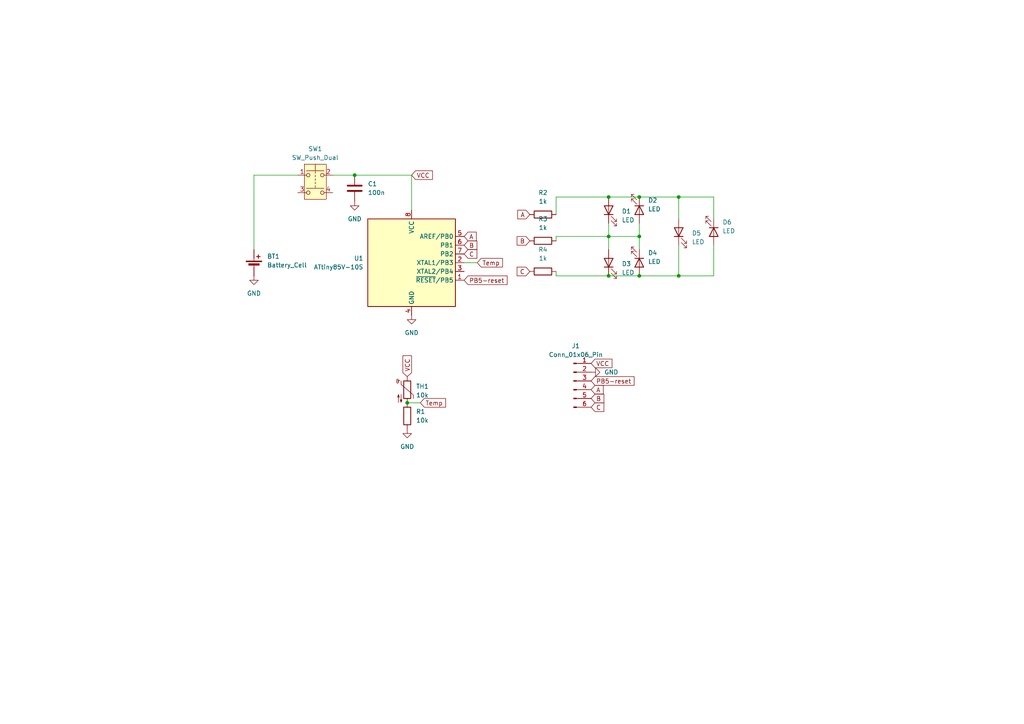
<source format=kicad_sch>
(kicad_sch (version 20231120) (generator "eeschema") (generator_version "8.0")
  (paper "A4")
  (lib_symbols
    (symbol "Connector:Conn_01x06_Pin" (pin_names (offset 1.016) hide)
      (property "Reference" "J" (at 0 7.62 0))
      (property "Value" "Conn_01x06_Pin" (at 0 -10.16 0))
      (symbol "Conn_01x06_Pin_1_1"
        (polyline (pts (xy 1.27 -7.62) (xy 0.8636 -7.62)) (stroke (width 0.1524)))
        (polyline (pts (xy 1.27 -5.08) (xy 0.8636 -5.08)) (stroke (width 0.1524)))
        (polyline (pts (xy 1.27 -2.54) (xy 0.8636 -2.54)) (stroke (width 0.1524)))
        (polyline (pts (xy 1.27 0) (xy 0.8636 0)) (stroke (width 0.1524)))
        (polyline (pts (xy 1.27 2.54) (xy 0.8636 2.54)) (stroke (width 0.1524)))
        (polyline (pts (xy 1.27 5.08) (xy 0.8636 5.08)) (stroke (width 0.1524)))
        (rectangle (start 0.8636 -7.493) (end 0 -7.747) (stroke (width 0.1524)) (fill (type outline)))
        (rectangle (start 0.8636 -4.953) (end 0 -5.207) (stroke (width 0.1524)) (fill (type outline)))
        (rectangle (start 0.8636 -2.413) (end 0 -2.667) (stroke (width 0.1524)) (fill (type outline)))
        (rectangle (start 0.8636 0.127) (end 0 -0.127) (stroke (width 0.1524)) (fill (type outline)))
        (rectangle (start 0.8636 2.667) (end 0 2.413) (stroke (width 0.1524)) (fill (type outline)))
        (rectangle (start 0.8636 5.207) (end 0 4.953) (stroke (width 0.1524)) (fill (type outline)))
        (pin passive line (at 5.08 5.08 180) (length 3.81) (name "Pin_1") (number "1"))
        (pin passive line (at 5.08 2.54 180) (length 3.81) (name "Pin_2") (number "2"))
        (pin passive line (at 5.08 0 180) (length 3.81) (name "Pin_3") (number "3"))
        (pin passive line (at 5.08 -2.54 180) (length 3.81) (name "Pin_4") (number "4"))
        (pin passive line (at 5.08 -5.08 180) (length 3.81) (name "Pin_5") (number "5"))
        (pin passive line (at 5.08 -7.62 180) (length 3.81) (name "Pin_6") (number "6"))
      )
    )
    (symbol "Device:Battery_Cell" (pin_numbers hide) (pin_names (offset 0) hide)
      (property "Reference" "BT" (at 2.54 2.54 0))
      (property "Value" "Battery_Cell" (at 2.54 0 0))
      (symbol "Battery_Cell_0_1"
        (rectangle (start -2.286 1.778) (end 2.286 1.524) (fill (type outline)))
        (rectangle (start -1.524 1.016) (end 1.524 0.508) (fill (type outline)))
        (polyline (pts (xy 0 0.762) (xy 0 0)))
        (polyline (pts (xy 0 1.778) (xy 0 2.54)))
        (polyline (pts (xy 0.762 3.048) (xy 1.778 3.048)) (stroke (width 0.254)))
        (polyline (pts (xy 1.27 3.556) (xy 1.27 2.54)) (stroke (width 0.254)))
      )
      (symbol "Battery_Cell_1_1"
        (pin passive line (at 0 5.08 270) (length 2.54) (name "+") (number "1"))
        (pin passive line (at 0 -2.54 90) (length 2.54) (name "-") (number "2"))
      )
    )
    (symbol "Device:C" (pin_numbers hide) (pin_names (offset 0.254))
      (property "Reference" "C" (at 0.635 2.54 0))
      (property "Value" "C" (at 0.635 -2.54 0))
      (symbol "C_0_1"
        (polyline (pts (xy -2.032 -0.762) (xy 2.032 -0.762)) (stroke (width 0.508)))
        (polyline (pts (xy -2.032 0.762) (xy 2.032 0.762)) (stroke (width 0.508)))
      )
      (symbol "C_1_1"
        (pin passive line (at 0 3.81 270) (length 2.794) (name "~") (number "1"))
        (pin passive line (at 0 -3.81 90) (length 2.794) (name "~") (number "2"))
      )
    )
    (symbol "Device:LED" (pin_numbers hide) (pin_names (offset 1.016) hide)
      (property "Reference" "D" (at 0 2.54 0))
      (property "Value" "LED" (at 0 -2.54 0))
      (symbol "LED_0_1"
        (polyline (pts (xy -1.27 -1.27) (xy -1.27 1.27)) (stroke (width 0.254)))
        (polyline (pts (xy -1.27 0) (xy 1.27 0)))
        (polyline (pts (xy 1.27 -1.27) (xy 1.27 1.27) (xy -1.27 0) (xy 1.27 -1.27)) (stroke (width 0.254)))
        (polyline (pts (xy -3.048 -0.762) (xy -4.572 -2.286) (xy -3.81 -2.286) (xy -4.572 -2.286) (xy -4.572 -1.524)))
        (polyline (pts (xy -1.778 -0.762) (xy -3.302 -2.286) (xy -2.54 -2.286) (xy -3.302 -2.286) (xy -3.302 -1.524)))
      )
      (symbol "LED_1_1"
        (pin passive line (at -3.81 0 0) (length 2.54) (name "K") (number "1"))
        (pin passive line (at 3.81 0 180) (length 2.54) (name "A") (number "2"))
      )
    )
    (symbol "Device:R" (pin_numbers hide) (pin_names (offset 0))
      (property "Reference" "R" (at 2.032 0 90))
      (property "Value" "R" (at 0 0 90))
      (symbol "R_0_1"
        (rectangle (start -1.016 -2.54) (end 1.016 2.54) (stroke (width 0.254)))
      )
      (symbol "R_1_1"
        (pin passive line (at 0 3.81 270) (length 1.27) (name "~") (number "1"))
        (pin passive line (at 0 -3.81 90) (length 1.27) (name "~") (number "2"))
      )
    )
    (symbol "Device:Thermistor_NTC" (pin_numbers hide) (pin_names (offset 0))
      (property "Reference" "TH" (at -4.445 0 90))
      (property "Value" "Thermistor_NTC" (at 3.175 0 90))
      (symbol "Thermistor_NTC_0_1"
        (arc (start -3.048 2.159) (mid -3.0495 2.3143) (end -3.175 2.413))
        (arc (start -3.048 2.159) (mid -2.9736 1.9794) (end -2.794 1.905))
        (arc (start -3.048 2.794) (mid -2.9736 2.6144) (end -2.794 2.54))
        (arc (start -2.794 1.905) (mid -2.6144 1.9794) (end -2.54 2.159))
        (arc (start -2.794 2.54) (mid -2.4393 2.5587) (end -2.159 2.794))
        (arc (start -2.794 3.048) (mid -2.9736 2.9736) (end -3.048 2.794))
        (arc (start -2.54 2.794) (mid -2.6144 2.9736) (end -2.794 3.048))
        (rectangle (start -1.016 2.54) (end 1.016 -2.54) (stroke (width 0.254)))
        (polyline (pts (xy -2.54 2.159) (xy -2.54 2.794)))
        (polyline (pts (xy -1.778 2.54) (xy -1.778 1.524) (xy 1.778 -1.524) (xy 1.778 -2.54)))
        (polyline (pts (xy -2.54 -3.683) (xy -2.54 -1.397) (xy -2.794 -2.159) (xy -2.286 -2.159) (xy -2.54 -1.397) (xy -2.54 -1.651)) (fill (type outline)))
        (polyline (pts (xy -1.778 -1.397) (xy -1.778 -3.683) (xy -2.032 -2.921) (xy -1.524 -2.921) (xy -1.778 -3.683) (xy -1.778 -3.429)) (fill (type outline)))
      )
      (symbol "Thermistor_NTC_1_1"
        (pin passive line (at 0 3.81 270) (length 1.27) (name "~") (number "1"))
        (pin passive line (at 0 -3.81 90) (length 1.27) (name "~") (number "2"))
      )
    )
    (symbol "MCU_Microchip_ATtiny:ATtiny85V-10S"
      (property "Reference" "U" (at -12.7 13.97 0))
      (property "Value" "ATtiny85V-10S" (at 2.54 -13.97 0))
      (symbol "ATtiny85V-10S_0_1"
        (rectangle (start -12.7 -12.7) (end 12.7 12.7) (stroke (width 0.254)) (fill (type background)))
      )
      (symbol "ATtiny85V-10S_1_1"
        (pin bidirectional line (at 15.24 -5.08 180) (length 2.54) (name "~{RESET}/PB5") (number "1"))
        (pin bidirectional line (at 15.24 0 180) (length 2.54) (name "XTAL1/PB3") (number "2"))
        (pin bidirectional line (at 15.24 -2.54 180) (length 2.54) (name "XTAL2/PB4") (number "3"))
        (pin power_in line (at 0 -15.24 90) (length 2.54) (name "GND") (number "4"))
        (pin bidirectional line (at 15.24 7.62 180) (length 2.54) (name "AREF/PB0") (number "5"))
        (pin bidirectional line (at 15.24 5.08 180) (length 2.54) (name "PB1") (number "6"))
        (pin bidirectional line (at 15.24 2.54 180) (length 2.54) (name "PB2") (number "7"))
        (pin power_in line (at 0 15.24 270) (length 2.54) (name "VCC") (number "8"))
      )
    )
    (symbol "Switch:SW_Push_Dual" (pin_names (offset 1.016) hide)
      (property "Reference" "SW" (at 0 7.62 0))
      (property "Value" "SW_Push_Dual" (at 0 -6.35 0))
      (symbol "SW_Push_Dual_0_1"
        (circle (center -2.032 -2.54) (radius 0.508))
        (circle (center -2.032 2.54) (radius 0.508))
        (polyline (pts (xy 0 -0.508) (xy 0 -1.016)))
        (polyline (pts (xy 0 0.508) (xy 0 0)))
        (polyline (pts (xy 0 1.016) (xy 0 1.524)))
        (polyline (pts (xy 0 2.032) (xy 0 2.54)))
        (polyline (pts (xy 0 3.048) (xy 0 3.556)))
        (polyline (pts (xy 0 3.81) (xy 0 5.588)))
        (polyline (pts (xy 2.54 -1.27) (xy -2.54 -1.27)))
        (polyline (pts (xy 2.54 3.81) (xy -2.54 3.81)))
        (circle (center 2.032 -2.54) (radius 0.508))
        (circle (center 2.032 2.54) (radius 0.508))
        (pin passive line (at -5.08 2.54 0) (length 2.54) (name "1") (number "1"))
        (pin passive line (at 5.08 2.54 180) (length 2.54) (name "2") (number "2"))
        (pin passive line (at -5.08 -2.54 0) (length 2.54) (name "3") (number "3"))
        (pin passive line (at 5.08 -2.54 180) (length 2.54) (name "4") (number "4"))
      )
      (symbol "SW_Push_Dual_1_1"
        (rectangle (start -3.175 5.715) (end 3.175 -4.445) (fill (type background)))
      )
    )
    (symbol "power:GND" (power) (pin_numbers hide) (pin_names (offset 0) hide)
      (property "Value" "GND" (at 0 -3.81 0))
      (symbol "GND_0_1"
        (polyline (pts (xy 0 0) (xy 0 -1.27) (xy 1.27 -1.27) (xy 0 -2.54) (xy -1.27 -1.27) (xy 0 -1.27)))
      )
      (symbol "GND_1_1"
        (pin power_in line (at 0 0 270) (length 0) (name "~") (number "1"))
      )
    )
  )
  (junction (at 176.53 80.01))
  (junction (at 185.42 80.01))
  (junction (at 118.11 116.84))
  (junction (at 196.85 80.01))
  (junction (at 196.85 57.15))
  (junction (at 185.42 68.58))
  (junction (at 176.53 68.58))
  (junction (at 102.87 50.8))
  (junction (at 185.42 57.15))
  (junction (at 176.53 57.15))
  (wire (pts (xy 207.01 71.12) (xy 207.01 80.01)))
  (wire (pts (xy 176.53 57.15) (xy 161.29 57.15)))
  (wire (pts (xy 185.42 68.58) (xy 185.42 72.39)))
  (wire (pts (xy 138.43 76.2) (xy 134.62 76.2)))
  (wire (pts (xy 185.42 68.58) (xy 176.53 68.58)))
  (wire (pts (xy 176.53 80.01) (xy 161.29 80.01)))
  (wire (pts (xy 207.01 63.5) (xy 207.01 57.15)))
  (wire (pts (xy 119.38 60.96) (xy 119.38 50.8)))
  (wire (pts (xy 176.53 68.58) (xy 176.53 72.39)))
  (wire (pts (xy 102.87 50.8) (xy 96.52 50.8)))
  (wire (pts (xy 196.85 71.12) (xy 196.85 80.01)))
  (wire (pts (xy 121.92 116.84) (xy 118.11 116.84)))
  (wire (pts (xy 176.53 68.58) (xy 176.53 64.77)))
  (wire (pts (xy 185.42 57.15) (xy 176.53 57.15)))
  (wire (pts (xy 196.85 57.15) (xy 196.85 63.5)))
  (wire (pts (xy 207.01 57.15) (xy 196.85 57.15)))
  (wire (pts (xy 161.29 68.58) (xy 161.29 69.85)))
  (wire (pts (xy 196.85 57.15) (xy 185.42 57.15)))
  (wire (pts (xy 119.38 50.8) (xy 102.87 50.8)))
  (wire (pts (xy 161.29 57.15) (xy 161.29 62.23)))
  (wire (pts (xy 185.42 80.01) (xy 176.53 80.01)))
  (wire (pts (xy 207.01 80.01) (xy 196.85 80.01)))
  (wire (pts (xy 161.29 80.01) (xy 161.29 78.74)))
  (wire (pts (xy 73.66 50.8) (xy 73.66 72.39)))
  (wire (pts (xy 185.42 64.77) (xy 185.42 68.58)))
  (wire (pts (xy 176.53 68.58) (xy 161.29 68.58)))
  (wire (pts (xy 196.85 80.01) (xy 185.42 80.01)))
  (wire (pts (xy 86.36 50.8) (xy 73.66 50.8)))
  (global_label "B" (shape input) (at 153.67 69.85 180) (property "Intersheetrefs" "${INTERSHEET_REFS}" (effects (hide yes))))
  (global_label "Temp" (shape input) (at 138.43 76.2 0) (property "Intersheetrefs" "${INTERSHEET_REFS}" (effects (hide yes))))
  (global_label "PB5-reset" (shape input) (at 171.45 110.49 0) (property "Intersheetrefs" "${INTERSHEET_REFS}" (effects (hide yes))))
  (global_label "VCC" (shape input) (at 118.11 109.22 90) (property "Intersheetrefs" "${INTERSHEET_REFS}" (effects (hide yes))))
  (global_label "VCC" (shape input) (at 171.45 105.41 0) (property "Intersheetrefs" "${INTERSHEET_REFS}" (effects (hide yes))))
  (global_label "VCC" (shape input) (at 119.38 50.8 0) (property "Intersheetrefs" "${INTERSHEET_REFS}" (effects (hide yes))))
  (global_label "A" (shape input) (at 134.62 68.58 0) (property "Intersheetrefs" "${INTERSHEET_REFS}" (effects (hide yes))))
  (global_label "PB5-reset" (shape input) (at 134.62 81.28 0) (property "Intersheetrefs" "${INTERSHEET_REFS}" (effects (hide yes))))
  (global_label "Temp" (shape input) (at 121.92 116.84 0) (property "Intersheetrefs" "${INTERSHEET_REFS}" (effects (hide yes))))
  (global_label "B" (shape input) (at 134.62 71.12 0) (property "Intersheetrefs" "${INTERSHEET_REFS}" (effects (hide yes))))
  (global_label "C" (shape input) (at 171.45 118.11 0) (property "Intersheetrefs" "${INTERSHEET_REFS}" (effects (hide yes))))
  (global_label "C" (shape input) (at 134.62 73.66 0) (property "Intersheetrefs" "${INTERSHEET_REFS}" (effects (hide yes))))
  (global_label "A" (shape input) (at 171.45 113.03 0) (property "Intersheetrefs" "${INTERSHEET_REFS}" (effects (hide yes))))
  (global_label "A" (shape input) (at 153.67 62.23 180) (property "Intersheetrefs" "${INTERSHEET_REFS}" (effects (hide yes))))
  (global_label "B" (shape input) (at 171.45 115.57 0) (property "Intersheetrefs" "${INTERSHEET_REFS}" (effects (hide yes))))
  (global_label "C" (shape input) (at 153.67 78.74 180) (property "Intersheetrefs" "${INTERSHEET_REFS}" (effects (hide yes))))
  (symbol (lib_id "Device:LED") (at 207.01 67.31 270) (unit 1)
    (property "Reference" "D6" (at 209.55 64.4524 90) (effects (justify left)))
    (property "Value" "LED" (at 209.55 66.9924 90) (effects (justify left)))
    (property "Footprint" "LED_SMD:LED_0805_2012Metric" (effects (hide yes)))
    (property "Description" "Light emitting diode" (effects (hide yes)))
  )
  (symbol (lib_id "Device:Battery_Cell") (at 73.66 77.47 0) (unit 1)
    (property "Reference" "BT1" (at 77.47 74.3584 0) (effects (justify left)))
    (property "Value" "Battery_Cell" (at 77.47 76.8984 0) (effects (justify left)))
    (property "Footprint" "Battery:Battery_Panasonic_CR2032-HFN_Horizontal_CircularHoles" (effects (hide yes)))
    (property "Description" "Single-cell battery" (effects (hide yes)))
  )
  (symbol (lib_id "Connector:Conn_01x06_Pin") (at 166.37 110.49 0) (unit 1)
    (property "Reference" "J1" (at 167.005 100.33 0))
    (property "Value" "Conn_01x06_Pin" (at 167.005 102.87 0))
    (property "Footprint" "Connector_PinHeader_2.54mm:PinHeader_1x06_P2.54mm_Vertical" (effects (hide yes)))
    (property "Description" "Generic connector, single row, 01x06, script generated" (effects (hide yes)))
  )
  (symbol (lib_id "Device:C") (at 102.87 54.61 0) (unit 1)
    (property "Reference" "C1" (at 106.68 53.3399 0) (effects (justify left)))
    (property "Value" "100n" (at 106.68 55.8799 0) (effects (justify left)))
    (property "Footprint" "Capacitor_SMD:C_0805_2012Metric" (effects (hide yes)))
    (property "Description" "Unpolarized capacitor" (effects (hide yes)))
  )
  (symbol (lib_id "power:GND") (at 73.66 80.01 0) (unit 1)
    (property "Reference" "#PWR01" (effects (hide yes)))
    (property "Value" "GND" (at 73.66 85.09 0))
    (property "Description" "Power symbol creates a global label with name \"GND\" , ground" (effects (hide yes)))
  )
  (symbol (lib_id "MCU_Microchip_ATtiny:ATtiny85V-10S") (at 119.38 76.2 0) (unit 1)
    (property "Reference" "U1" (at 105.41 74.9299 0) (effects (justify right)))
    (property "Value" "ATtiny85V-10S" (at 105.41 77.4699 0) (effects (justify right)))
    (property "Footprint" "Package_SO:SOIC-8W_5.3x5.3mm_P1.27mm" (effects (hide yes)))
    (property "Datasheet" "http://ww1.microchip.com/downloads/en/DeviceDoc/atmel-2586-avr-8-bit-microcontroller-attiny25-attiny45-attiny85_datasheet.pdf" (effects (hide yes)))
    (property "Description" "10MHz, 8kB Flash, 512B SRAM, 512B EEPROM, debugWIRE, SOIC-8W" (effects (hide yes)))
  )
  (symbol (lib_id "Device:Thermistor_NTC") (at 118.11 113.03 0) (unit 1)
    (property "Reference" "TH1" (at 120.65 112.0774 0) (effects (justify left)))
    (property "Value" "10k" (at 120.65 114.6174 0) (effects (justify left)))
    (property "Footprint" "Resistor_SMD:R_0805_2012Metric" (effects (hide yes)))
    (property "Description" "Temperature dependent resistor, negative temperature coefficient" (effects (hide yes)))
  )
  (symbol (lib_id "Device:R") (at 157.48 78.74 90) (unit 1)
    (property "Reference" "R4" (at 157.48 72.39 90))
    (property "Value" "1k" (at 157.48 74.93 90))
    (property "Footprint" "Resistor_SMD:R_0805_2012Metric" (effects (hide yes)))
    (property "Description" "Resistor" (effects (hide yes)))
  )
  (symbol (lib_id "power:GND") (at 119.38 91.44 0) (unit 1)
    (property "Reference" "#PWR02" (effects (hide yes)))
    (property "Value" "GND" (at 119.38 96.52 0))
    (property "Description" "Power symbol creates a global label with name \"GND\" , ground" (effects (hide yes)))
  )
  (symbol (lib_id "Device:LED") (at 176.53 60.96 90) (unit 1)
    (property "Reference" "D1" (at 180.34 61.2774 90) (effects (justify right)))
    (property "Value" "LED" (at 180.34 63.8174 90) (effects (justify right)))
    (property "Footprint" "LED_SMD:LED_0805_2012Metric" (effects (hide yes)))
    (property "Description" "Light emitting diode" (effects (hide yes)))
  )
  (symbol (lib_id "Device:R") (at 157.48 69.85 270) (unit 1)
    (property "Reference" "R3" (at 157.48 63.5 90))
    (property "Value" "1k" (at 157.48 66.04 90))
    (property "Footprint" "Resistor_SMD:R_0805_2012Metric" (effects (hide yes)))
    (property "Description" "Resistor" (effects (hide yes)))
  )
  (symbol (lib_id "Device:LED") (at 185.42 60.96 270) (unit 1)
    (property "Reference" "D2" (at 187.96 58.1024 90) (effects (justify left)))
    (property "Value" "LED" (at 187.96 60.6424 90) (effects (justify left)))
    (property "Footprint" "LED_SMD:LED_0805_2012Metric" (effects (hide yes)))
    (property "Description" "Light emitting diode" (effects (hide yes)))
  )
  (symbol (lib_id "Switch:SW_Push_Dual") (at 91.44 53.34 0) (unit 1)
    (property "Reference" "SW1" (at 91.44 43.18 0))
    (property "Value" "SW_Push_Dual" (at 91.44 45.72 0))
    (property "Footprint" "Button_Switch_SMD:SW_SPST_PTS810" (effects (hide yes)))
    (property "Description" "Push button switch, generic, symbol, four pins" (effects (hide yes)))
  )
  (symbol (lib_id "Device:LED") (at 176.53 76.2 90) (unit 1)
    (property "Reference" "D3" (at 180.34 76.5174 90) (effects (justify right)))
    (property "Value" "LED" (at 180.34 79.0574 90) (effects (justify right)))
    (property "Footprint" "LED_SMD:LED_0805_2012Metric" (effects (hide yes)))
    (property "Description" "Light emitting diode" (effects (hide yes)))
  )
  (symbol (lib_id "Device:LED") (at 185.42 76.2 270) (unit 1)
    (property "Reference" "D4" (at 187.96 73.3424 90) (effects (justify left)))
    (property "Value" "LED" (at 187.96 75.8824 90) (effects (justify left)))
    (property "Footprint" "LED_SMD:LED_0805_2012Metric" (effects (hide yes)))
    (property "Description" "Light emitting diode" (effects (hide yes)))
  )
  (symbol (lib_id "Device:R") (at 157.48 62.23 270) (unit 1)
    (property "Reference" "R2" (at 157.48 55.88 90))
    (property "Value" "1k" (at 157.48 58.42 90))
    (property "Footprint" "Resistor_SMD:R_0805_2012Metric" (effects (hide yes)))
    (property "Description" "Resistor" (effects (hide yes)))
  )
  (symbol (lib_id "power:GND") (at 118.11 124.46 0) (unit 1)
    (property "Reference" "#PWR03" (effects (hide yes)))
    (property "Value" "GND" (at 118.11 129.54 0))
    (property "Description" "Power symbol creates a global label with name \"GND\" , ground" (effects (hide yes)))
  )
  (symbol (lib_id "Device:LED") (at 196.85 67.31 90) (unit 1)
    (property "Reference" "D5" (at 200.66 67.6274 90) (effects (justify right)))
    (property "Value" "LED" (at 200.66 70.1674 90) (effects (justify right)))
    (property "Footprint" "LED_SMD:LED_0805_2012Metric" (effects (hide yes)))
    (property "Description" "Light emitting diode" (effects (hide yes)))
  )
  (symbol (lib_id "Device:R") (at 118.11 120.65 0) (unit 1)
    (property "Reference" "R1" (at 120.65 119.3799 0) (effects (justify left)))
    (property "Value" "10k" (at 120.65 121.9199 0) (effects (justify left)))
    (property "Footprint" "Resistor_SMD:R_0805_2012Metric" (effects (hide yes)))
    (property "Description" "Resistor" (effects (hide yes)))
  )
  (symbol (lib_id "power:GND") (at 102.87 58.42 0) (unit 1)
    (property "Reference" "#PWR05" (effects (hide yes)))
    (property "Value" "GND" (at 102.87 63.5 0))
    (property "Description" "Power symbol creates a global label with name \"GND\" , ground" (effects (hide yes)))
  )
  (symbol (lib_id "power:GND") (at 171.45 107.95 90) (unit 1)
    (property "Reference" "#PWR04" (effects (hide yes)))
    (property "Value" "GND" (at 175.26 107.9499 90) (effects (justify right)))
    (property "Description" "Power symbol creates a global label with name \"GND\" , ground" (effects (hide yes)))
  )
)
</source>
